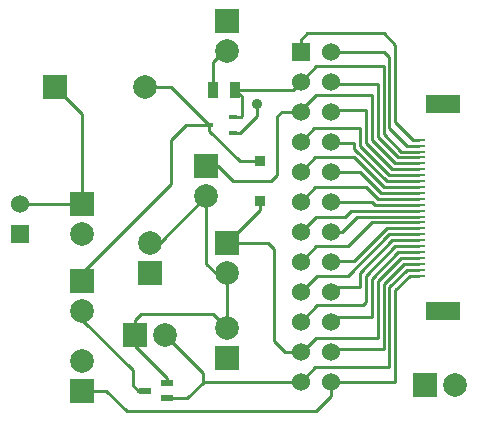
<source format=gtl>
G04 (created by PCBNEW (2013-07-07 BZR 4022)-stable) date 16.5.2014 14:16:54*
%MOIN*%
G04 Gerber Fmt 3.4, Leading zero omitted, Abs format*
%FSLAX34Y34*%
G01*
G70*
G90*
G04 APERTURE LIST*
%ADD10C,0.00590551*%
%ADD11R,0.0394X0.0236*%
%ADD12R,0.028X0.018*%
%ADD13R,0.06X0.06*%
%ADD14C,0.06*%
%ADD15R,0.0394X0.0106*%
%ADD16R,0.11811X0.0590551*%
%ADD17R,0.035X0.055*%
%ADD18R,0.0787X0.0787*%
%ADD19C,0.0787*%
%ADD20R,0.0335X0.0335*%
%ADD21C,0.035*%
%ADD22C,0.01*%
G04 APERTURE END LIST*
G54D10*
G54D11*
X33740Y-28582D03*
X33740Y-29094D03*
X32992Y-28838D03*
G54D12*
X35931Y-20240D03*
X35931Y-19720D03*
X35131Y-19980D03*
G54D13*
X28838Y-23629D03*
G54D14*
X28838Y-22629D03*
G54D13*
X38181Y-17531D03*
G54D14*
X39181Y-17531D03*
X38181Y-18531D03*
X39181Y-18531D03*
X38181Y-19531D03*
X39181Y-19531D03*
X38181Y-20531D03*
X39181Y-20531D03*
X38181Y-21531D03*
X39181Y-21531D03*
X38181Y-22531D03*
X39181Y-22531D03*
X38181Y-23531D03*
X39181Y-23531D03*
X38181Y-24531D03*
X39181Y-24531D03*
X38181Y-25531D03*
X39181Y-25531D03*
X38181Y-26531D03*
X39181Y-26531D03*
X38181Y-27531D03*
X39181Y-27531D03*
X38181Y-28531D03*
X39181Y-28531D03*
G54D15*
X42125Y-20472D03*
X42125Y-20669D03*
X42125Y-20866D03*
X42125Y-21062D03*
X42125Y-21259D03*
X42125Y-21456D03*
X42125Y-21653D03*
X42125Y-21850D03*
X42125Y-22047D03*
X42125Y-22244D03*
X42125Y-22440D03*
X42125Y-22637D03*
X42125Y-22834D03*
X42125Y-23031D03*
X42125Y-23228D03*
X42125Y-23425D03*
X42125Y-23622D03*
X42125Y-23818D03*
X42125Y-24015D03*
X42125Y-24212D03*
X42125Y-24409D03*
X42125Y-24606D03*
X42125Y-24803D03*
X42125Y-25000D03*
G54D16*
X42913Y-26181D03*
X42913Y-19291D03*
G54D17*
X36004Y-18799D03*
X35254Y-18799D03*
G54D18*
X35728Y-16527D03*
G54D19*
X35728Y-17527D03*
G54D18*
X35039Y-21350D03*
G54D19*
X35039Y-22350D03*
G54D18*
X33169Y-24909D03*
G54D19*
X33169Y-23909D03*
G54D18*
X35728Y-27763D03*
G54D19*
X35728Y-26763D03*
G54D18*
X42314Y-28641D03*
G54D19*
X43314Y-28641D03*
G54D18*
X30905Y-28846D03*
G54D19*
X30905Y-27846D03*
G54D18*
X30905Y-22629D03*
G54D19*
X30905Y-23629D03*
G54D18*
X30905Y-25188D03*
G54D19*
X30905Y-26188D03*
G54D18*
X32669Y-26968D03*
G54D19*
X33669Y-26968D03*
G54D18*
X35728Y-23909D03*
G54D19*
X35728Y-24909D03*
G54D18*
X29996Y-18700D03*
G54D19*
X32996Y-18700D03*
G54D20*
X36811Y-22509D03*
X36811Y-21191D03*
G54D21*
X36712Y-19291D03*
G54D22*
X39960Y-20570D02*
X39220Y-20570D01*
X41043Y-21850D02*
X39960Y-20767D01*
X39960Y-20767D02*
X39960Y-20570D01*
X42125Y-21850D02*
X41043Y-21850D01*
X39220Y-20570D02*
X39181Y-20531D01*
X39862Y-21062D02*
X38649Y-21062D01*
X40944Y-22047D02*
X39960Y-21062D01*
X39960Y-21062D02*
X39862Y-21062D01*
X42125Y-22047D02*
X40944Y-22047D01*
X38649Y-21062D02*
X38181Y-21531D01*
X35931Y-20240D02*
X36157Y-20240D01*
X36712Y-19685D02*
X36712Y-19291D01*
X36157Y-20240D02*
X36712Y-19685D01*
X40059Y-17531D02*
X39181Y-17531D01*
X42125Y-20669D02*
X41732Y-20669D01*
X40956Y-17531D02*
X40059Y-17531D01*
X40059Y-17531D02*
X40066Y-17531D01*
X41141Y-17716D02*
X40956Y-17531D01*
X41141Y-20078D02*
X41141Y-17716D01*
X41732Y-20669D02*
X41141Y-20078D01*
X39370Y-16929D02*
X38385Y-16929D01*
X41929Y-20472D02*
X41338Y-19881D01*
X41338Y-19881D02*
X41338Y-17322D01*
X41338Y-17322D02*
X40944Y-16929D01*
X40944Y-16929D02*
X39370Y-16929D01*
X42125Y-20472D02*
X41929Y-20472D01*
X38181Y-17133D02*
X38181Y-17531D01*
X38385Y-16929D02*
X38181Y-17133D01*
X38181Y-27531D02*
X37669Y-27531D01*
X37098Y-23909D02*
X35728Y-23909D01*
X37303Y-24114D02*
X37098Y-23909D01*
X37303Y-27165D02*
X37303Y-24114D01*
X37669Y-27531D02*
X37303Y-27165D01*
X36811Y-22509D02*
X36811Y-22826D01*
X36811Y-22826D02*
X35728Y-23909D01*
X40748Y-26968D02*
X40748Y-27066D01*
X41535Y-24409D02*
X40748Y-25196D01*
X40748Y-25196D02*
X40748Y-26968D01*
X42125Y-24409D02*
X41535Y-24409D01*
X38216Y-27531D02*
X38181Y-27531D01*
X38681Y-27066D02*
X38216Y-27531D01*
X40748Y-27066D02*
X38681Y-27066D01*
X34940Y-28531D02*
X34940Y-28240D01*
X34940Y-28240D02*
X33669Y-26968D01*
X38181Y-28531D02*
X34940Y-28531D01*
X34940Y-28531D02*
X34952Y-28531D01*
X34389Y-29094D02*
X33740Y-29094D01*
X34952Y-28531D02*
X34389Y-29094D01*
X41141Y-28051D02*
X38661Y-28051D01*
X41732Y-24803D02*
X41141Y-25393D01*
X41141Y-25393D02*
X41141Y-28051D01*
X42125Y-24803D02*
X41732Y-24803D01*
X38661Y-28051D02*
X38181Y-28531D01*
X35931Y-19720D02*
X36185Y-19720D01*
X36220Y-19014D02*
X36004Y-18799D01*
X36220Y-19685D02*
X36220Y-19014D01*
X36185Y-19720D02*
X36220Y-19685D01*
X36004Y-18799D02*
X37913Y-18799D01*
X37913Y-18799D02*
X38181Y-18531D01*
X39468Y-18011D02*
X38700Y-18011D01*
X40944Y-18011D02*
X39468Y-18011D01*
X42125Y-20866D02*
X41535Y-20866D01*
X41535Y-20866D02*
X40944Y-20275D01*
X40944Y-20275D02*
X40944Y-18110D01*
X40944Y-18110D02*
X40944Y-18011D01*
X38700Y-18011D02*
X38181Y-18531D01*
X39665Y-23031D02*
X38681Y-23031D01*
X39862Y-22834D02*
X39665Y-23031D01*
X42125Y-22834D02*
X39862Y-22834D01*
X38681Y-23031D02*
X38181Y-23531D01*
X42125Y-23031D02*
X40059Y-23031D01*
X39559Y-23531D02*
X39181Y-23531D01*
X40059Y-23031D02*
X39559Y-23531D01*
X32996Y-18700D02*
X33851Y-18700D01*
X33851Y-18700D02*
X35131Y-19980D01*
X30905Y-25188D02*
X30905Y-24901D01*
X34350Y-19980D02*
X35131Y-19980D01*
X33858Y-20472D02*
X34350Y-19980D01*
X33858Y-21948D02*
X33858Y-20472D01*
X30905Y-24901D02*
X33858Y-21948D01*
X35131Y-19980D02*
X35131Y-20170D01*
X36152Y-21191D02*
X36811Y-21191D01*
X35131Y-20170D02*
X36152Y-21191D01*
X40354Y-19488D02*
X39224Y-19488D01*
X41240Y-21456D02*
X40354Y-20570D01*
X40354Y-20570D02*
X40354Y-19488D01*
X42125Y-21456D02*
X41240Y-21456D01*
X39224Y-19488D02*
X39181Y-19531D01*
X40157Y-20078D02*
X38633Y-20078D01*
X41141Y-21653D02*
X40157Y-20669D01*
X40157Y-20669D02*
X40157Y-20078D01*
X42125Y-21653D02*
X41141Y-21653D01*
X38633Y-20078D02*
X38181Y-20531D01*
X30905Y-22629D02*
X30905Y-19610D01*
X30905Y-19610D02*
X29996Y-18700D01*
X28838Y-22629D02*
X30905Y-22629D01*
X39960Y-24507D02*
X39204Y-24507D01*
X41043Y-23425D02*
X39960Y-24507D01*
X42125Y-23425D02*
X41043Y-23425D01*
X39204Y-24507D02*
X39181Y-24531D01*
X42125Y-23228D02*
X40551Y-23228D01*
X38696Y-24015D02*
X38181Y-24531D01*
X39763Y-24015D02*
X38696Y-24015D01*
X40551Y-23228D02*
X39763Y-24015D01*
X30905Y-28846D02*
X31700Y-28846D01*
X39181Y-29027D02*
X39181Y-28531D01*
X38681Y-29527D02*
X39181Y-29027D01*
X32381Y-29527D02*
X38681Y-29527D01*
X31700Y-28846D02*
X32381Y-29527D01*
X41338Y-28543D02*
X39192Y-28543D01*
X41830Y-25000D02*
X41338Y-25492D01*
X41338Y-25492D02*
X41338Y-28543D01*
X42125Y-25000D02*
X41830Y-25000D01*
X39192Y-28543D02*
X39181Y-28531D01*
X40157Y-25393D02*
X39318Y-25393D01*
X41240Y-23818D02*
X40157Y-24901D01*
X40157Y-24901D02*
X40157Y-25393D01*
X42125Y-23818D02*
X41240Y-23818D01*
X39318Y-25393D02*
X39181Y-25531D01*
X35039Y-21350D02*
X35425Y-21350D01*
X37555Y-19531D02*
X38181Y-19531D01*
X37401Y-19685D02*
X37555Y-19531D01*
X37401Y-21653D02*
X37401Y-19685D01*
X37204Y-21850D02*
X37401Y-21653D01*
X35925Y-21850D02*
X37204Y-21850D01*
X35425Y-21350D02*
X35925Y-21850D01*
X40551Y-19094D02*
X40551Y-18996D01*
X41437Y-21259D02*
X41338Y-21259D01*
X41338Y-21259D02*
X40551Y-20472D01*
X40551Y-20472D02*
X40551Y-19094D01*
X42125Y-21259D02*
X41437Y-21259D01*
X38181Y-19496D02*
X38181Y-19531D01*
X38681Y-18996D02*
X38181Y-19496D01*
X40551Y-18996D02*
X38681Y-18996D01*
X40748Y-18602D02*
X39251Y-18602D01*
X42125Y-21062D02*
X41535Y-21062D01*
X40748Y-20374D02*
X40748Y-18602D01*
X41437Y-21062D02*
X40748Y-20374D01*
X41535Y-21062D02*
X41437Y-21062D01*
X39251Y-18602D02*
X39181Y-18531D01*
X40354Y-25885D02*
X40255Y-25984D01*
X41338Y-24015D02*
X40354Y-25000D01*
X40354Y-25000D02*
X40354Y-25885D01*
X42125Y-24015D02*
X41338Y-24015D01*
X38728Y-25984D02*
X38181Y-26531D01*
X40255Y-25984D02*
X38728Y-25984D01*
X40551Y-26377D02*
X39334Y-26377D01*
X41437Y-24212D02*
X40551Y-25098D01*
X40551Y-25098D02*
X40551Y-26377D01*
X42125Y-24212D02*
X41437Y-24212D01*
X39334Y-26377D02*
X39181Y-26531D01*
X40944Y-27460D02*
X39251Y-27460D01*
X41633Y-24606D02*
X40944Y-25295D01*
X40944Y-25295D02*
X40944Y-27460D01*
X42125Y-24606D02*
X41633Y-24606D01*
X39251Y-27460D02*
X39181Y-27531D01*
X40059Y-22539D02*
X39188Y-22539D01*
X40649Y-22637D02*
X40551Y-22539D01*
X40551Y-22539D02*
X40059Y-22539D01*
X42125Y-22637D02*
X40649Y-22637D01*
X39188Y-22539D02*
X39181Y-22531D01*
X39960Y-22047D02*
X38665Y-22047D01*
X40748Y-22440D02*
X40354Y-22047D01*
X40354Y-22047D02*
X39960Y-22047D01*
X42125Y-22440D02*
X40748Y-22440D01*
X38665Y-22047D02*
X38181Y-22531D01*
X40157Y-21555D02*
X39204Y-21555D01*
X40846Y-22244D02*
X40157Y-21555D01*
X42125Y-22244D02*
X40846Y-22244D01*
X39204Y-21555D02*
X39181Y-21531D01*
X35728Y-24909D02*
X35342Y-24909D01*
X35039Y-24606D02*
X35039Y-22350D01*
X35342Y-24909D02*
X35039Y-24606D01*
X33169Y-23909D02*
X33480Y-23909D01*
X33480Y-23909D02*
X35039Y-22350D01*
X35728Y-24909D02*
X35728Y-26763D01*
X35728Y-17527D02*
X35622Y-17527D01*
X35254Y-17894D02*
X35254Y-18799D01*
X35622Y-17527D02*
X35254Y-17894D01*
X32669Y-26968D02*
X32669Y-26484D01*
X32669Y-26484D02*
X32874Y-26279D01*
X32874Y-26279D02*
X35244Y-26279D01*
X35244Y-26279D02*
X35728Y-26763D01*
X32669Y-26968D02*
X32669Y-27354D01*
X33740Y-28425D02*
X33740Y-28582D01*
X32669Y-27354D02*
X33740Y-28425D01*
X39763Y-25000D02*
X38712Y-25000D01*
X38712Y-25000D02*
X38181Y-25531D01*
X42125Y-23622D02*
X41141Y-23622D01*
X41141Y-23622D02*
X39763Y-25000D01*
X32992Y-28838D02*
X32775Y-28838D01*
X30905Y-26476D02*
X30905Y-26188D01*
X32578Y-28149D02*
X30905Y-26476D01*
X32578Y-28641D02*
X32578Y-28149D01*
X32775Y-28838D02*
X32578Y-28641D01*
M02*

</source>
